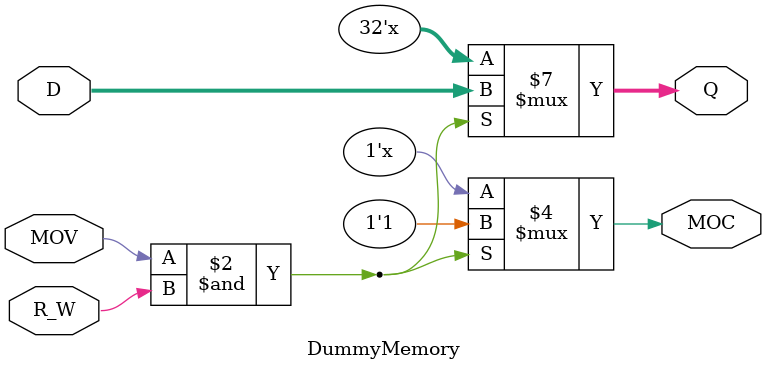
<source format=v>
`include "ControlUnit.v"
`include "RegisterFile.v"
`include "ALU.v"
`include "ram256x8.v"
`include "FlagRegister.v"

module CPU(
	//input 		[31:0] 	instructionReg,
	input				debugCU, debugALU, debugRF, debugRAM
	);
	
	wire FR_ld, RF_ld, IR_ld, MAR_ld, MDR_ld, R_W, MOV;
    wire [1:0] MA;
    wire [1:0] MB;
    wire [1:0] MC;
	wire MD, ME;
    wire [4:0] OP;
	wire [1:0] DT;
	wire [31:0] IR;
	wire MOC, COND;
    reg clk, clr;
	reg [3:0] cuC;
	
	ControlUnit CU(FR_ld, RF_ld, IR_ld, MAR_ld, MDR_ld, R_W, MOV, 
		MA, MB, MC, MD, ME, OP, DT, IR, MOC, COND, clk, clr,
		debugCU);
		
	wire cFlag, zFlag, nFlag, vFlag;
	wire [31:0] aluA;
	reg [31:0] aluB;
	reg carryIn;
	wire [31:0] aluOut;
	reg [4:0] aluOP;
	
	ALU alu(aluA, aluB, aluOP, carryIn, aluOut, cFlag, zFlag, nFlag, vFlag, debugALU);
	
	wire [31:0] PA, PB;
	reg [3:0] A, C;
//									PC         B
	regFile registerFile(aluA, PB, aluOut, A, IR[3:0], C, RF_ld, clk, debugRF);
	
	wire 	[31:0] 	ramIn;
	wire 	[7:0] 	address;
	wire 	[31:0] 	ramOut;

	ram256x8 ram(ramOut, MOC, R_W, address, ramIn, MOV, DT, debugRAM);
	//DummyMemory dMem(ramOut, MOC, instructionReg, MOV, R_W);

	MAR mar(address, aluOut, MAR_ld);
	
	reg [31:0] MEout;
	MDR mdr(ramIn, MEout, MDR_ld);
	
	InstructionReg instReg(IR, ramOut, IR_ld);
	
	reg [3:0] flags;
	FlagRegister flagReg({cFlag, zFlag, nFlag, vFlag}, flags, FR_ld, clk);
	
	ConditionTester condTester(COND, flags[3], flags[2], flags [1], flags[0], IR[31:28]);
	
	//Modeling All Muxes in Datapath
	always @ (clk) begin
		case(MA)
			2'b00:	A <= IR[19:16];
			2'b01:	A <= IR[15:12]; 
			2'b10:	A <= 4'b1111; 
			2'b11:	A <= 4'b0000;
			default: A <= IR[19:16];
		endcase
		case(MB)
			2'b00:	aluB <= PB;
			2'b01:	aluB <= IR[7:0]; // Shifter
			2'b10:	aluB <= ramIn; // RAM
			2'b11:	aluB <= 32'b0;
			default: aluB <= PB;
		endcase
		case(MC)
			2'b00:	C <= IR[15:12];
			2'b01:	C <= 4'b1111;
			2'b10:	C <= IR[19:16];
			2'b11:	C <= cuC;
			default: C <= IR[15:12];
		endcase
		case(MD)
			1'b0:	aluOP <= IR[24:21];
			1'b1:	aluOP <= OP;
			default: aluOP <= IR[24:21];
		endcase
		case(ME)
			1'b0:	MEout <= ramOut;
			1'b1:	MEout <= aluOut;
			default: MEout <= ramOut;
		endcase
	end

endmodule

module MAR(
	output reg	[7:0]	Q,
	input 		[31:0]	D,
	input				MAR_ld);
	
	always @ (D, MAR_ld) begin
		if(MAR_ld)
			Q <= D[7:0];
	end
	
endmodule

module MDR(
	output reg	[31:0]	Q,
	input 		[31:0]	D,
	input				MDR_ld);
	
	always @ (D, MDR_ld) begin
		if(MDR_ld)
			Q <= D;
	end
	
endmodule

module InstructionReg(
	output reg	[31:0]	Q,
	input 		[31:0]	D,
	input				IR_ld);
	
	always @ (D, IR_ld) begin
		if(IR_ld)
			Q <= D;
	end
	
endmodule

module DummyMemory(
	output reg	[31:0]	Q,
	output reg			MOC,
	input 		[31:0]	D,
	input				MOV, R_W);
	
	always @ (D, MOV) begin
		if(MOV & R_W) begin
			Q <= D;
			MOC =1;
		end
	end
	
endmodule
	

</source>
